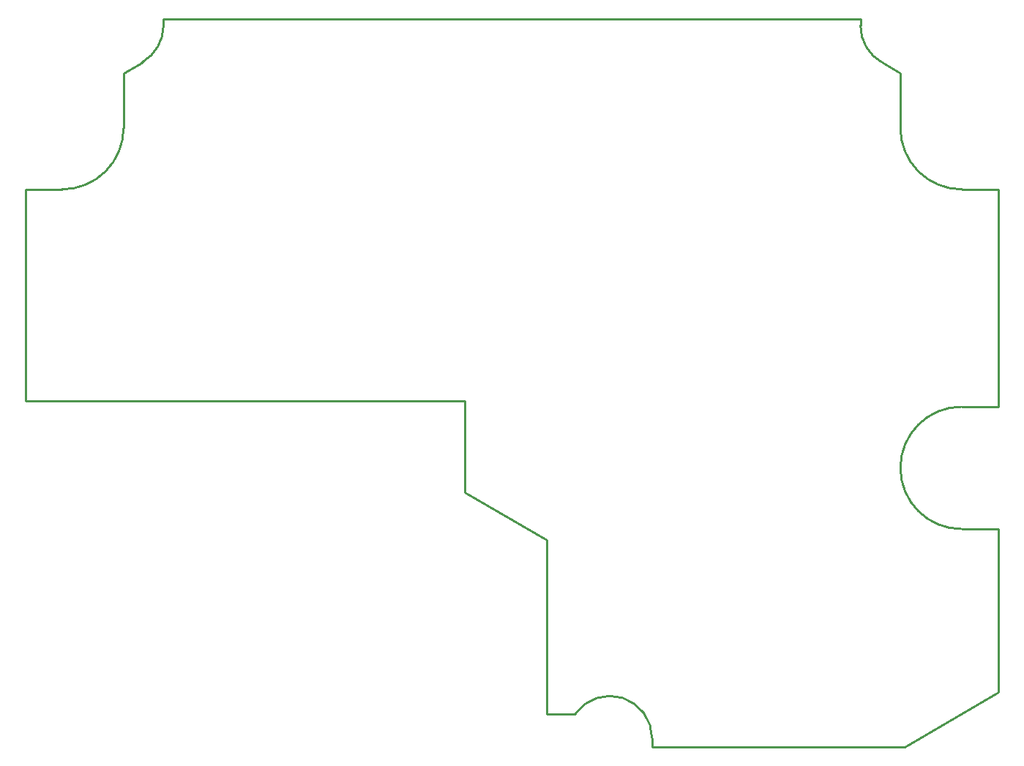
<source format=gm1>
%TF.GenerationSoftware,KiCad,Pcbnew,8.0.2*%
%TF.CreationDate,2024-05-22T08:13:53-07:00*%
%TF.ProjectId,cell string,63656c6c-2073-4747-9269-6e672e6b6963,rev?*%
%TF.SameCoordinates,Original*%
%TF.FileFunction,Profile,NP*%
%FSLAX46Y46*%
G04 Gerber Fmt 4.6, Leading zero omitted, Abs format (unit mm)*
G04 Created by KiCad (PCBNEW 8.0.2) date 2024-05-22 08:13:53*
%MOMM*%
%LPD*%
G01*
G04 APERTURE LIST*
%TA.AperFunction,Profile*%
%ADD10C,0.250000*%
%TD*%
G04 APERTURE END LIST*
D10*
X122254144Y-130004904D02*
G75*
G02*
X119785534Y-125764648I2407456J4240304D01*
G01*
X23200000Y-144700000D02*
X23200000Y-169202681D01*
X124406000Y-131226582D02*
X122254144Y-130004904D01*
X124406000Y-137620499D02*
X124406000Y-131226582D01*
X95675962Y-209202681D02*
X124864094Y-209202681D01*
X135748000Y-202858868D02*
X135748000Y-184017553D01*
X27462500Y-144700000D02*
X23200000Y-144700000D01*
X83525000Y-185284005D02*
X83525000Y-205392681D01*
X119785512Y-125764648D02*
X119785512Y-125014648D01*
X135748000Y-144700000D02*
X131485500Y-144700000D01*
X83525000Y-205392681D02*
X86815166Y-205392681D01*
X131485500Y-169858553D02*
X135748000Y-169858553D01*
X135748000Y-169858553D02*
X135748000Y-144700000D01*
X39162488Y-125764648D02*
G75*
G02*
X36724508Y-129987356I-4875978J8D01*
G01*
X73981300Y-169202681D02*
X73981300Y-179773948D01*
X73981300Y-179773948D02*
X83525000Y-185284005D01*
X131485500Y-144700000D02*
G75*
G02*
X124406000Y-137620499I0J7079500D01*
G01*
X39162488Y-125014648D02*
X39162488Y-125764648D01*
X86815166Y-205392681D02*
G75*
G02*
X95675973Y-208202681I3984834J-2810019D01*
G01*
X135748000Y-184017553D02*
X131485500Y-184017553D01*
X23200000Y-169202681D02*
X73981300Y-169202681D01*
X36724507Y-129987355D02*
X34542000Y-131247426D01*
X124864094Y-209202681D02*
X135748000Y-202858868D01*
X131485500Y-184017553D02*
G75*
G02*
X131485500Y-169858547I0J7079503D01*
G01*
X119785512Y-125014648D02*
X39162488Y-125014648D01*
X34542000Y-131247426D02*
X34542000Y-137620499D01*
X95675962Y-208202681D02*
X95675962Y-209202681D01*
X34542000Y-137620499D02*
G75*
G02*
X27462500Y-144700000I-7079490J-11D01*
G01*
M02*

</source>
